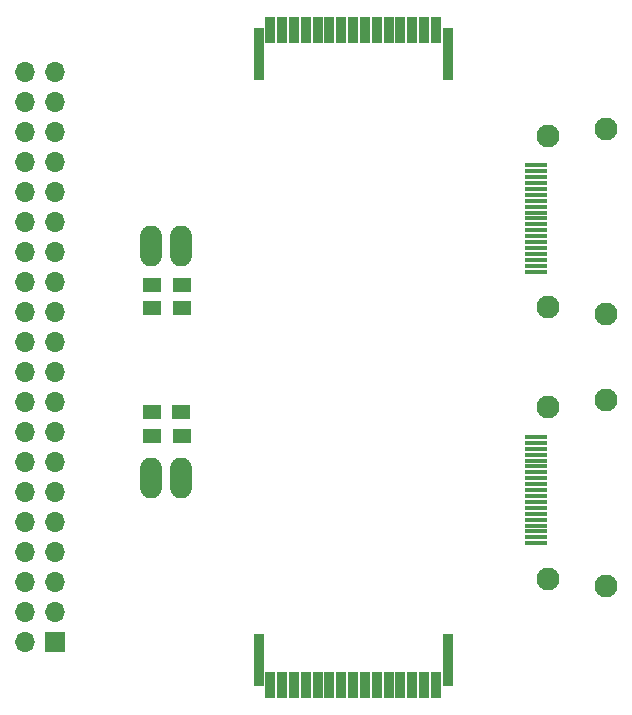
<source format=gts>
G04 #@! TF.GenerationSoftware,KiCad,Pcbnew,(5.0.0)*
G04 #@! TF.CreationDate,2018-11-03T22:59:42-02:30*
G04 #@! TF.ProjectId,Dual CamCon,4475616C2043616D436F6E2E6B696361,rev?*
G04 #@! TF.SameCoordinates,Original*
G04 #@! TF.FileFunction,Soldermask,Top*
G04 #@! TF.FilePolarity,Negative*
%FSLAX46Y46*%
G04 Gerber Fmt 4.6, Leading zero omitted, Abs format (unit mm)*
G04 Created by KiCad (PCBNEW (5.0.0)) date 11/03/18 22:59:42*
%MOMM*%
%LPD*%
G01*
G04 APERTURE LIST*
%ADD10O,1.841500X3.479800*%
%ADD11R,1.700000X1.700000*%
%ADD12O,1.700000X1.700000*%
%ADD13R,0.812800X2.209800*%
%ADD14R,0.914400X4.394200*%
%ADD15R,1.500000X1.250000*%
%ADD16C,1.950000*%
%ADD17R,1.900000X0.300000*%
G04 APERTURE END LIST*
D10*
G04 #@! TO.C,J2*
X115440000Y-77684380D03*
X112900000Y-77684380D03*
G04 #@! TD*
D11*
G04 #@! TO.C,J5*
X104770000Y-91630000D03*
D12*
X102230000Y-91630000D03*
X104770000Y-89090000D03*
X102230000Y-89090000D03*
X104770000Y-86550000D03*
X102230000Y-86550000D03*
X104770000Y-84010000D03*
X102230000Y-84010000D03*
X104770000Y-81470000D03*
X102230000Y-81470000D03*
X104770000Y-78930000D03*
X102230000Y-78930000D03*
X104770000Y-76390000D03*
X102230000Y-76390000D03*
X104770000Y-73850000D03*
X102230000Y-73850000D03*
X104770000Y-71310000D03*
X102230000Y-71310000D03*
X104770000Y-68770000D03*
X102230000Y-68770000D03*
X104770000Y-66230000D03*
X102230000Y-66230000D03*
X104770000Y-63690000D03*
X102230000Y-63690000D03*
X104770000Y-61150000D03*
X102230000Y-61150000D03*
X104770000Y-58610000D03*
X102230000Y-58610000D03*
X104770000Y-56070000D03*
X102230000Y-56070000D03*
X104770000Y-53530000D03*
X102230000Y-53530000D03*
X104770000Y-50990000D03*
X102230000Y-50990000D03*
X104770000Y-48450000D03*
X102230000Y-48450000D03*
X104770000Y-45910000D03*
X102230000Y-45910000D03*
X104770000Y-43370000D03*
X102230000Y-43370000D03*
G04 #@! TD*
D10*
G04 #@! TO.C,J1*
X112860000Y-58124380D03*
X115400000Y-58124380D03*
G04 #@! TD*
D13*
G04 #@! TO.C,J4*
X137000000Y-95244100D03*
X135999996Y-95244100D03*
X135000000Y-95244100D03*
X134000000Y-95244100D03*
X133000000Y-95244100D03*
X132000000Y-95244100D03*
X130999996Y-95244100D03*
X130000000Y-95244100D03*
X129000000Y-95244100D03*
X128000000Y-95244100D03*
X126999997Y-95244100D03*
X125999997Y-95244100D03*
X125000000Y-95244100D03*
X124000000Y-95244100D03*
X123000000Y-95244100D03*
D14*
X121999000Y-93135900D03*
X138001000Y-93135900D03*
G04 #@! TD*
D13*
G04 #@! TO.C,J3*
X123000000Y-39755900D03*
X124000004Y-39755900D03*
X125000000Y-39755900D03*
X126000000Y-39755900D03*
X127000000Y-39755900D03*
X128000000Y-39755900D03*
X129000004Y-39755900D03*
X130000000Y-39755900D03*
X131000000Y-39755900D03*
X132000000Y-39755900D03*
X133000003Y-39755900D03*
X134000003Y-39755900D03*
X135000000Y-39755900D03*
X136000000Y-39755900D03*
X137000000Y-39755900D03*
D14*
X138001000Y-41864100D03*
X121999000Y-41864100D03*
G04 #@! TD*
D15*
G04 #@! TO.C,C1*
X115510460Y-61404380D03*
X113010460Y-61404380D03*
G04 #@! TD*
G04 #@! TO.C,C2*
X112950460Y-72104380D03*
X115450460Y-72104380D03*
G04 #@! TD*
G04 #@! TO.C,C3*
X115510460Y-63304380D03*
X113010460Y-63304380D03*
G04 #@! TD*
G04 #@! TO.C,C4*
X112975460Y-74179380D03*
X115475460Y-74179380D03*
G04 #@! TD*
D16*
G04 #@! TO.C,P1*
X151400000Y-48150000D03*
X151400000Y-63850000D03*
X146500000Y-48750000D03*
X146500000Y-63250000D03*
D17*
X145500000Y-60250000D03*
X145500000Y-59750000D03*
X145500000Y-59250000D03*
X145500000Y-58750000D03*
X145500000Y-58250000D03*
X145500000Y-57750000D03*
X145500000Y-57250000D03*
X145500000Y-56750000D03*
X145500000Y-56250000D03*
X145500000Y-55750000D03*
X145500000Y-55250000D03*
X145500000Y-54750000D03*
X145500000Y-54250000D03*
X145500000Y-53750000D03*
X145500000Y-53250000D03*
X145500000Y-52750000D03*
X145500000Y-52250000D03*
X145500000Y-51750000D03*
X145500000Y-51250000D03*
G04 #@! TD*
D16*
G04 #@! TO.C,P2*
X151400000Y-71150000D03*
X151400000Y-86850000D03*
X146500000Y-71750000D03*
X146500000Y-86250000D03*
D17*
X145500000Y-83250000D03*
X145500000Y-82750000D03*
X145500000Y-82250000D03*
X145500000Y-81750000D03*
X145500000Y-81250000D03*
X145500000Y-80750000D03*
X145500000Y-80250000D03*
X145500000Y-79750000D03*
X145500000Y-79250000D03*
X145500000Y-78750000D03*
X145500000Y-78250000D03*
X145500000Y-77750000D03*
X145500000Y-77250000D03*
X145500000Y-76750000D03*
X145500000Y-76250000D03*
X145500000Y-75750000D03*
X145500000Y-75250000D03*
X145500000Y-74750000D03*
X145500000Y-74250000D03*
G04 #@! TD*
M02*

</source>
